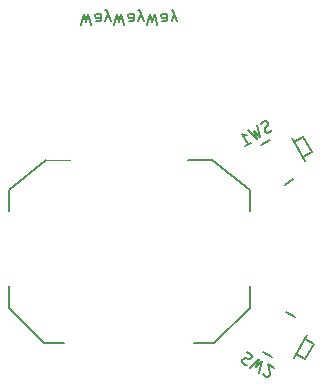
<source format=gbr>
%TF.GenerationSoftware,KiCad,Pcbnew,(6.0.11-0)*%
%TF.CreationDate,2024-05-30T12:39:56+08:00*%
%TF.ProjectId,tinyAVR-wristwatch,74696e79-4156-4522-9d77-726973747761,rev?*%
%TF.SameCoordinates,Original*%
%TF.FileFunction,Legend,Bot*%
%TF.FilePolarity,Positive*%
%FSLAX46Y46*%
G04 Gerber Fmt 4.6, Leading zero omitted, Abs format (unit mm)*
G04 Created by KiCad (PCBNEW (6.0.11-0)) date 2024-05-30 12:39:56*
%MOMM*%
%LPD*%
G01*
G04 APERTURE LIST*
%ADD10C,0.150000*%
%ADD11C,0.127000*%
%ADD12C,0.126000*%
G04 APERTURE END LIST*
D10*
X135928571Y-81047619D02*
X136166666Y-80047619D01*
X136357142Y-80761904D01*
X136547619Y-80047619D01*
X136785714Y-81047619D01*
X137595238Y-80047619D02*
X137595238Y-80571428D01*
X137547619Y-80666666D01*
X137452380Y-80714285D01*
X137261904Y-80714285D01*
X137166666Y-80666666D01*
X137595238Y-80095238D02*
X137500000Y-80047619D01*
X137261904Y-80047619D01*
X137166666Y-80095238D01*
X137119047Y-80190476D01*
X137119047Y-80285714D01*
X137166666Y-80380952D01*
X137261904Y-80428571D01*
X137500000Y-80428571D01*
X137595238Y-80476190D01*
X137976190Y-80714285D02*
X138214285Y-80047619D01*
X138452380Y-80714285D02*
X138214285Y-80047619D01*
X138119047Y-79809523D01*
X138071428Y-79761904D01*
X137976190Y-79714285D01*
X138738095Y-81047619D02*
X138976190Y-80047619D01*
X139166666Y-80761904D01*
X139357142Y-80047619D01*
X139595238Y-81047619D01*
X140404761Y-80047619D02*
X140404761Y-80571428D01*
X140357142Y-80666666D01*
X140261904Y-80714285D01*
X140071428Y-80714285D01*
X139976190Y-80666666D01*
X140404761Y-80095238D02*
X140309523Y-80047619D01*
X140071428Y-80047619D01*
X139976190Y-80095238D01*
X139928571Y-80190476D01*
X139928571Y-80285714D01*
X139976190Y-80380952D01*
X140071428Y-80428571D01*
X140309523Y-80428571D01*
X140404761Y-80476190D01*
X140785714Y-80714285D02*
X141023809Y-80047619D01*
X141261904Y-80714285D02*
X141023809Y-80047619D01*
X140928571Y-79809523D01*
X140880952Y-79761904D01*
X140785714Y-79714285D01*
X141547619Y-81047619D02*
X141785714Y-80047619D01*
X141976190Y-80761904D01*
X142166666Y-80047619D01*
X142404761Y-81047619D01*
X143214285Y-80047619D02*
X143214285Y-80571428D01*
X143166666Y-80666666D01*
X143071428Y-80714285D01*
X142880952Y-80714285D01*
X142785714Y-80666666D01*
X143214285Y-80095238D02*
X143119047Y-80047619D01*
X142880952Y-80047619D01*
X142785714Y-80095238D01*
X142738095Y-80190476D01*
X142738095Y-80285714D01*
X142785714Y-80380952D01*
X142880952Y-80428571D01*
X143119047Y-80428571D01*
X143214285Y-80476190D01*
X143595238Y-80714285D02*
X143833333Y-80047619D01*
X144071428Y-80714285D02*
X143833333Y-80047619D01*
X143738095Y-79809523D01*
X143690476Y-79761904D01*
X143595238Y-79714285D01*
%TO.C,SW1*%
X152094164Y-89883867D02*
X151994256Y-89996535D01*
X151788059Y-90115582D01*
X151681771Y-90121962D01*
X151616722Y-90104532D01*
X151527864Y-90045863D01*
X151480245Y-89963385D01*
X151473865Y-89857097D01*
X151491295Y-89792048D01*
X151549964Y-89703189D01*
X151691112Y-89566712D01*
X151749781Y-89477854D01*
X151767210Y-89412805D01*
X151760831Y-89306517D01*
X151713212Y-89224038D01*
X151624353Y-89165369D01*
X151559304Y-89147939D01*
X151453016Y-89154319D01*
X151246820Y-89273367D01*
X151146911Y-89386034D01*
X150834427Y-89511462D02*
X151128230Y-90496535D01*
X150606130Y-89973183D01*
X150798316Y-90687011D01*
X150092119Y-89940033D01*
X149808572Y-91258440D02*
X150303444Y-90972725D01*
X150056008Y-91115582D02*
X149556008Y-90249557D01*
X149709915Y-90325656D01*
X149840013Y-90360515D01*
X149946301Y-90354136D01*
%TO.C,SW2*%
X149947680Y-108736997D02*
X150095207Y-108767186D01*
X150301404Y-108886234D01*
X150360073Y-108975092D01*
X150377503Y-109040141D01*
X150371123Y-109146429D01*
X150323504Y-109228908D01*
X150234646Y-109287577D01*
X150169597Y-109305006D01*
X150063309Y-109298627D01*
X149874542Y-109244628D01*
X149768254Y-109238248D01*
X149703205Y-109255678D01*
X149614347Y-109314347D01*
X149566728Y-109396826D01*
X149560348Y-109503114D01*
X149577778Y-109568163D01*
X149636447Y-109657021D01*
X149842643Y-109776069D01*
X149990171Y-109806258D01*
X150255036Y-110014164D02*
X150961233Y-109267186D01*
X150769047Y-109981014D01*
X151291147Y-109457662D01*
X150997344Y-110442735D01*
X151333638Y-110526923D02*
X151351068Y-110591972D01*
X151409737Y-110680830D01*
X151615933Y-110799878D01*
X151722221Y-110806258D01*
X151787270Y-110788828D01*
X151876129Y-110730159D01*
X151923748Y-110647680D01*
X151953937Y-110500153D01*
X151744780Y-109719567D01*
X152280891Y-110029091D01*
%TO.C,SW1*%
X155474038Y-91799519D02*
X154737917Y-92224519D01*
X153908975Y-94088750D02*
X153164193Y-94518750D01*
X151958975Y-90711250D02*
X151214193Y-91141250D01*
X154912917Y-92527628D02*
X153812917Y-90622372D01*
X154724038Y-90500481D02*
X155474038Y-91799519D01*
X154724038Y-90500481D02*
X153987917Y-90925481D01*
D11*
%TO.C,BT1*%
X134500000Y-107950000D02*
X132800000Y-107950000D01*
D12*
X133000000Y-92450000D02*
X135000000Y-92450000D01*
D10*
X147200000Y-107950000D02*
X150200000Y-104950000D01*
D11*
X150200000Y-103100000D02*
X150200000Y-104950000D01*
X150200000Y-95000000D02*
X147000000Y-92450000D01*
X133000000Y-92450000D02*
X129800000Y-95000000D01*
D10*
X132800000Y-107950000D02*
X129800000Y-104950000D01*
D11*
X129800000Y-104950000D02*
X129800000Y-103100000D01*
X145000000Y-92450000D02*
X147000000Y-92450000D01*
X150200000Y-95000000D02*
X150200000Y-96800000D01*
X147200000Y-107950000D02*
X145500000Y-107950000D01*
X129800000Y-95000000D02*
X129800000Y-96800000D01*
D10*
%TO.C,SW2*%
X155629923Y-108000481D02*
X154879923Y-109299519D01*
X154879923Y-109299519D02*
X154143802Y-108874519D01*
X152114860Y-109088750D02*
X151370078Y-108658750D01*
X154064860Y-105711250D02*
X153320078Y-105281250D01*
X155629923Y-108000481D02*
X154893802Y-107575481D01*
X153968802Y-109177628D02*
X155068802Y-107272372D01*
%TD*%
M02*

</source>
